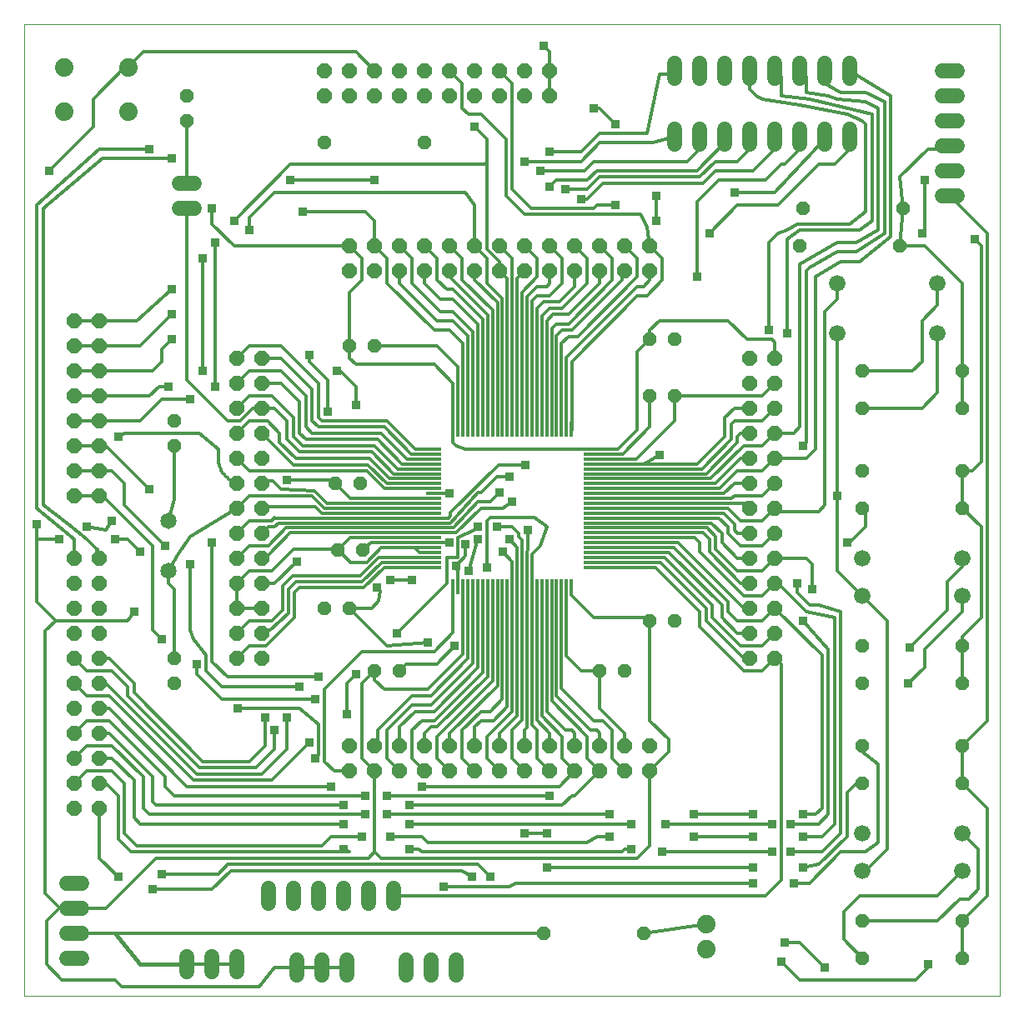
<source format=gtl>
G75*
G70*
%OFA0B0*%
%FSLAX24Y24*%
%IPPOS*%
%LPD*%
%AMOC8*
5,1,8,0,0,1.08239X$1,22.5*
%
%ADD10C,0.0000*%
%ADD11C,0.0600*%
%ADD12OC8,0.0520*%
%ADD13OC8,0.0600*%
%ADD14C,0.0650*%
%ADD15C,0.0740*%
%ADD16R,0.0591X0.0118*%
%ADD17R,0.0118X0.0591*%
%ADD18R,0.0591X0.0138*%
%ADD19C,0.0660*%
%ADD20C,0.0120*%
%ADD21C,0.0160*%
%ADD22R,0.0356X0.0356*%
D10*
X000160Y000930D02*
X000160Y039800D01*
X039152Y039800D01*
X039152Y000930D01*
X000160Y000930D01*
D11*
X001860Y002430D02*
X002460Y002430D01*
X002460Y003430D02*
X001860Y003430D01*
X001860Y004430D02*
X002460Y004430D01*
X002460Y005430D02*
X001860Y005430D01*
X006660Y002480D02*
X006660Y001880D01*
X007660Y001880D02*
X007660Y002480D01*
X008660Y002480D02*
X008660Y001880D01*
X011035Y001755D02*
X011035Y002355D01*
X012035Y002355D02*
X012035Y001755D01*
X013035Y001755D02*
X013035Y002355D01*
X012910Y004630D02*
X012910Y005230D01*
X011910Y005230D02*
X011910Y004630D01*
X010910Y004630D02*
X010910Y005230D01*
X009910Y005230D02*
X009910Y004630D01*
X013910Y004630D02*
X013910Y005230D01*
X014910Y005230D02*
X014910Y004630D01*
X015410Y002355D02*
X015410Y001755D01*
X016410Y001755D02*
X016410Y002355D01*
X017410Y002355D02*
X017410Y001755D01*
X006960Y032430D02*
X006360Y032430D01*
X006360Y033430D02*
X006960Y033430D01*
X026160Y035005D02*
X026160Y035605D01*
X027160Y035605D02*
X027160Y035005D01*
X028160Y035005D02*
X028160Y035605D01*
X029160Y035605D02*
X029160Y035005D01*
X030160Y035005D02*
X030160Y035605D01*
X031160Y035605D02*
X031160Y035005D01*
X032160Y035005D02*
X032160Y035605D01*
X033160Y035605D02*
X033160Y035005D01*
X033160Y037630D02*
X033160Y038230D01*
X032160Y038230D02*
X032160Y037630D01*
X031160Y037630D02*
X031160Y038230D01*
X030160Y038230D02*
X030160Y037630D01*
X029160Y037630D02*
X029160Y038230D01*
X028160Y038230D02*
X028160Y037630D01*
X027160Y037630D02*
X027160Y038230D01*
X026160Y038230D02*
X026160Y037630D01*
X036860Y037930D02*
X037460Y037930D01*
X037460Y036930D02*
X036860Y036930D01*
X036860Y035930D02*
X037460Y035930D01*
X037460Y034930D02*
X036860Y034930D01*
X036860Y033930D02*
X037460Y033930D01*
X037460Y032930D02*
X036860Y032930D01*
D12*
X035285Y032430D03*
X035160Y030930D03*
X031160Y030930D03*
X031285Y032430D03*
X026160Y027180D03*
X025160Y027180D03*
X025160Y024930D03*
X026160Y024930D03*
X033660Y024430D03*
X033660Y025930D03*
X033660Y021930D03*
X033660Y020430D03*
X037660Y020430D03*
X037660Y021930D03*
X037660Y024430D03*
X037660Y025930D03*
X037660Y014930D03*
X037660Y013430D03*
X037660Y010930D03*
X037660Y009430D03*
X033660Y009430D03*
X033660Y010930D03*
X033660Y013430D03*
X033660Y014930D03*
X026160Y015930D03*
X025160Y015930D03*
X024160Y013930D03*
X023160Y013930D03*
X015160Y013930D03*
X014160Y013930D03*
X013160Y016430D03*
X012160Y016430D03*
X012700Y018750D03*
X013700Y018750D03*
X013580Y021430D03*
X012580Y021430D03*
X013160Y026930D03*
X014160Y026930D03*
X012160Y035055D03*
X016160Y035055D03*
X006660Y035930D03*
X006660Y036930D03*
X006160Y023930D03*
X006160Y022930D03*
X006160Y014430D03*
X006160Y013430D03*
X020910Y003430D03*
X024910Y003430D03*
X033660Y003930D03*
X033660Y002430D03*
X037660Y002430D03*
X037660Y003930D03*
D13*
X030160Y014430D03*
X029160Y014430D03*
X029160Y015430D03*
X030160Y015430D03*
X030160Y016430D03*
X029160Y016430D03*
X029160Y017430D03*
X030160Y017430D03*
X030160Y018430D03*
X029160Y018430D03*
X029160Y019430D03*
X030160Y019430D03*
X030160Y020430D03*
X029160Y020430D03*
X029160Y021430D03*
X030160Y021430D03*
X030160Y022430D03*
X029160Y022430D03*
X029160Y023430D03*
X030160Y023430D03*
X030160Y024430D03*
X029160Y024430D03*
X029160Y025430D03*
X030160Y025430D03*
X030160Y026430D03*
X029160Y026430D03*
X025160Y029930D03*
X024160Y029930D03*
X023160Y029930D03*
X022160Y029930D03*
X021160Y029930D03*
X020160Y029930D03*
X019160Y029930D03*
X018160Y029930D03*
X017160Y029930D03*
X016160Y029930D03*
X015160Y029930D03*
X014160Y029930D03*
X013160Y029930D03*
X013160Y030930D03*
X014160Y030930D03*
X015160Y030930D03*
X016160Y030930D03*
X017160Y030930D03*
X018160Y030930D03*
X019160Y030930D03*
X020160Y030930D03*
X021160Y030930D03*
X022160Y030930D03*
X023160Y030930D03*
X024160Y030930D03*
X025160Y030930D03*
X021160Y036930D03*
X020160Y036930D03*
X020160Y037930D03*
X021160Y037930D03*
X019160Y037930D03*
X019160Y036930D03*
X018160Y036930D03*
X018160Y037930D03*
X017160Y037930D03*
X017160Y036930D03*
X016160Y036930D03*
X016160Y037930D03*
X015160Y037930D03*
X015160Y036930D03*
X014160Y036930D03*
X014160Y037930D03*
X013160Y037930D03*
X013160Y036930D03*
X012160Y036930D03*
X012160Y037930D03*
X003160Y027930D03*
X003160Y026930D03*
X003160Y025930D03*
X003160Y024930D03*
X003160Y023930D03*
X003160Y022930D03*
X003160Y021930D03*
X003160Y020930D03*
X002160Y020930D03*
X002160Y021930D03*
X002160Y022930D03*
X002160Y023930D03*
X002160Y024930D03*
X002160Y025930D03*
X002160Y026930D03*
X002160Y027930D03*
X008660Y026430D03*
X009660Y026430D03*
X009660Y025430D03*
X009660Y024430D03*
X008660Y024430D03*
X008660Y025430D03*
X008660Y023430D03*
X008660Y022430D03*
X009660Y022430D03*
X009660Y023430D03*
X009660Y021430D03*
X009660Y020430D03*
X008660Y020430D03*
X008660Y021430D03*
X008660Y019430D03*
X008660Y018430D03*
X009660Y018430D03*
X009660Y019430D03*
X009660Y017430D03*
X009660Y016430D03*
X008660Y016430D03*
X008660Y017430D03*
X008660Y015430D03*
X008660Y014430D03*
X009660Y014430D03*
X009660Y015430D03*
X013160Y010930D03*
X013160Y009930D03*
X014160Y009930D03*
X015160Y009930D03*
X016160Y009930D03*
X017160Y009930D03*
X018160Y009930D03*
X019160Y009930D03*
X020160Y009930D03*
X021160Y009930D03*
X022160Y009930D03*
X023160Y009930D03*
X024160Y009930D03*
X025160Y009930D03*
X025160Y010930D03*
X024160Y010930D03*
X023160Y010930D03*
X022160Y010930D03*
X021160Y010930D03*
X020160Y010930D03*
X019160Y010930D03*
X018160Y010930D03*
X017160Y010930D03*
X016160Y010930D03*
X015160Y010930D03*
X014160Y010930D03*
X003160Y010430D03*
X003160Y011430D03*
X002160Y011430D03*
X002160Y010430D03*
X002160Y009430D03*
X002160Y008430D03*
X003160Y008430D03*
X003160Y009430D03*
X003160Y012430D03*
X003160Y013430D03*
X002160Y013430D03*
X002160Y012430D03*
X002160Y014430D03*
X002160Y015430D03*
X003160Y015430D03*
X003160Y014430D03*
X003160Y016430D03*
X003160Y017430D03*
X002160Y017430D03*
X002160Y016430D03*
X002160Y018430D03*
X003160Y018430D03*
D14*
X005910Y017930D03*
X005910Y019930D03*
D15*
X004315Y036290D03*
X004315Y038070D03*
X001755Y038070D03*
X001755Y036290D03*
X027410Y003805D03*
X027410Y002805D03*
D16*
X022810Y018068D03*
X022810Y018265D03*
X022810Y018462D03*
X022810Y018659D03*
X022810Y018856D03*
X022810Y019052D03*
X022810Y019249D03*
X022810Y019446D03*
X022810Y019643D03*
X022810Y019840D03*
X022810Y020234D03*
X022810Y020430D03*
X022810Y020627D03*
X022810Y020824D03*
X022810Y021021D03*
X022810Y021218D03*
X022810Y021415D03*
X022810Y021611D03*
X022810Y021808D03*
X022810Y022202D03*
X022810Y022399D03*
X022810Y022596D03*
X022810Y022793D03*
X016510Y022793D03*
X016510Y022596D03*
X016510Y022399D03*
X016510Y022202D03*
X016510Y022005D03*
X016510Y021808D03*
X016510Y021611D03*
X016510Y021415D03*
X016510Y021218D03*
X016510Y021021D03*
X016510Y020824D03*
X016510Y020627D03*
X016510Y020430D03*
X016510Y020234D03*
X016510Y020037D03*
X016510Y019840D03*
X016510Y019643D03*
X016510Y019446D03*
X016510Y019249D03*
X016510Y019052D03*
X016510Y018856D03*
X016510Y018659D03*
X016510Y018462D03*
X016510Y018265D03*
X016510Y018068D03*
D17*
X017298Y017281D03*
X017495Y017281D03*
X017691Y017281D03*
X017888Y017281D03*
X018085Y017281D03*
X018282Y017281D03*
X018479Y017281D03*
X018676Y017281D03*
X018873Y017281D03*
X019069Y017281D03*
X019266Y017281D03*
X019463Y017281D03*
X019660Y017281D03*
X019857Y017281D03*
X020054Y017281D03*
X020251Y017281D03*
X020447Y017281D03*
X020644Y017281D03*
X020841Y017281D03*
X021038Y017281D03*
X021235Y017281D03*
X021432Y017281D03*
X021629Y017281D03*
X021825Y017281D03*
X022022Y017281D03*
X022022Y023580D03*
X021825Y023580D03*
X021629Y023580D03*
X021432Y023580D03*
X021235Y023580D03*
X021038Y023580D03*
X020841Y023580D03*
X020644Y023580D03*
X020447Y023580D03*
X020251Y023580D03*
X020054Y023580D03*
X019857Y023580D03*
X019660Y023580D03*
X019463Y023580D03*
X019266Y023580D03*
X019069Y023580D03*
X018873Y023580D03*
X018676Y023580D03*
X018479Y023580D03*
X018282Y023580D03*
X018085Y023580D03*
X017888Y023580D03*
X017691Y023580D03*
X017495Y023580D03*
X017298Y023580D03*
D18*
X022810Y022005D03*
X022810Y020037D03*
D19*
X032660Y027430D03*
X032660Y029430D03*
X036660Y029430D03*
X036660Y027430D03*
X037660Y018430D03*
X037660Y016930D03*
X033660Y016930D03*
X033660Y018430D03*
X033660Y007430D03*
X033660Y005930D03*
X037660Y005930D03*
X037660Y007430D03*
D20*
X038285Y006805D01*
X038285Y005180D01*
X037910Y004805D01*
X037535Y004805D01*
X036660Y003930D01*
X035660Y003930D01*
X033660Y003930D01*
X032910Y004305D02*
X032910Y003180D01*
X033660Y002430D01*
X032160Y002055D02*
X031160Y003055D01*
X030535Y003055D01*
X030410Y002305D02*
X031160Y001555D01*
X035785Y001555D01*
X036285Y002055D01*
X036285Y002180D01*
X037660Y002430D02*
X037660Y003930D01*
X038660Y004930D01*
X038660Y008430D01*
X037660Y009430D01*
X037660Y010930D01*
X038660Y011930D01*
X038660Y031430D01*
X037160Y032930D01*
X036160Y033555D02*
X036160Y031555D01*
X036035Y031430D01*
X036160Y030930D02*
X037660Y029430D01*
X037660Y025930D01*
X037660Y024430D01*
X036660Y025055D02*
X036035Y024430D01*
X033660Y024430D01*
X033660Y025930D02*
X035660Y025930D01*
X036035Y026305D01*
X036035Y027930D01*
X036660Y028555D01*
X036660Y029430D01*
X036160Y030930D02*
X035160Y030930D01*
X035285Y032430D01*
X035160Y033680D01*
X036285Y034805D01*
X037035Y034805D01*
X037160Y034930D01*
X034785Y036930D02*
X033160Y037930D01*
X032785Y037055D02*
X032160Y037430D01*
X032160Y037930D01*
X031410Y037680D02*
X031410Y037055D01*
X032285Y036930D01*
X032660Y036805D01*
X033785Y036680D01*
X034285Y036430D01*
X034285Y031555D01*
X033410Y031055D01*
X032660Y031055D01*
X031160Y030180D01*
X031160Y023680D01*
X030910Y023430D01*
X030160Y023430D01*
X029660Y022930D01*
X028910Y022930D01*
X027591Y021611D01*
X022810Y021611D01*
X022810Y021415D02*
X027769Y021415D01*
X028785Y022430D01*
X029160Y022430D01*
X028660Y021930D02*
X029660Y021930D01*
X030160Y022430D01*
X031410Y022430D01*
X031785Y022805D01*
X031785Y029680D01*
X032785Y030305D01*
X033535Y030305D01*
X034785Y031305D01*
X034785Y036930D01*
X034535Y036680D02*
X033785Y037055D01*
X032785Y037055D01*
X033035Y036180D02*
X031160Y036555D01*
X029660Y036805D01*
X029410Y036930D01*
X029160Y037180D01*
X029160Y037930D01*
X030160Y037930D02*
X030410Y037680D01*
X030410Y036930D01*
X031535Y036805D01*
X034035Y036180D01*
X034035Y031930D01*
X033535Y031555D01*
X031160Y031555D01*
X030660Y031180D01*
X030660Y027430D01*
X030160Y027055D02*
X030160Y026430D01*
X030160Y027055D02*
X030035Y027180D01*
X029035Y027180D01*
X028285Y027930D01*
X025535Y027930D01*
X025160Y027555D01*
X025160Y027180D01*
X024660Y026680D01*
X024660Y023555D01*
X023897Y022793D01*
X022810Y022793D01*
X022797Y022805D01*
X017785Y022805D01*
X017410Y022930D01*
X017298Y023043D01*
X017298Y023580D01*
X017298Y025418D01*
X016535Y026180D01*
X013410Y026180D01*
X013160Y026430D01*
X013160Y026930D01*
X013160Y029055D01*
X013660Y029555D01*
X013660Y030430D01*
X013160Y030930D01*
X008535Y030930D01*
X007660Y031805D01*
X007660Y032430D01*
X008535Y031930D02*
X010785Y034180D01*
X018535Y034180D01*
X018660Y034305D01*
X018660Y035180D01*
X018160Y035680D01*
X017910Y036180D02*
X018410Y036180D01*
X019410Y035180D01*
X019410Y032930D01*
X020160Y032180D01*
X024785Y032180D01*
X025035Y031680D01*
X025160Y030930D01*
X025660Y030430D01*
X025660Y029555D01*
X025035Y028930D01*
X024660Y028930D01*
X022035Y026305D01*
X022035Y023555D01*
X022022Y023568D01*
X022022Y023580D01*
X021825Y023580D02*
X021825Y026471D01*
X024660Y029305D01*
X024910Y029305D01*
X025160Y029555D01*
X025160Y029930D01*
X024660Y029680D02*
X024660Y030430D01*
X024160Y030930D01*
X023660Y030430D02*
X023160Y030930D01*
X022660Y030430D02*
X022160Y030930D01*
X021660Y030430D02*
X021160Y030930D01*
X020660Y030430D02*
X020160Y030930D01*
X019660Y030430D02*
X019160Y030930D01*
X018660Y030805D02*
X018660Y034305D01*
X019660Y033180D02*
X020410Y032430D01*
X022910Y032430D01*
X023035Y032555D01*
X023785Y032555D01*
X023285Y033430D02*
X022660Y032805D01*
X022410Y032805D01*
X022660Y033180D02*
X021785Y033180D01*
X021410Y033555D02*
X021160Y033305D01*
X021410Y033555D02*
X022660Y033555D01*
X023035Y033930D01*
X027035Y033930D01*
X028160Y035055D01*
X028160Y035305D01*
X027160Y035305D02*
X027160Y034805D01*
X026660Y034305D01*
X022910Y034305D01*
X022535Y033930D01*
X020785Y033930D01*
X020160Y034305D02*
X022410Y034305D01*
X023160Y035055D01*
X025285Y035055D01*
X026160Y035305D01*
X025035Y035430D02*
X025535Y037805D01*
X026035Y037805D01*
X026160Y037930D01*
X025035Y035430D02*
X023160Y035430D01*
X022410Y034680D01*
X021160Y034680D01*
X019660Y033180D02*
X019660Y037430D01*
X019160Y037930D01*
X017660Y037430D02*
X017660Y036430D01*
X017910Y036180D01*
X017660Y037430D02*
X017160Y037930D01*
X014160Y037930D02*
X013410Y038680D01*
X004910Y038680D01*
X004315Y038085D01*
X004285Y038055D01*
X004160Y038055D01*
X002910Y036805D01*
X002910Y035680D01*
X001160Y033930D01*
X000660Y032555D02*
X003160Y034805D01*
X005160Y034805D01*
X006035Y034430D02*
X003285Y034430D01*
X000910Y032430D01*
X000910Y020555D01*
X001910Y019805D01*
X002660Y019180D01*
X003035Y018805D01*
X003410Y019555D02*
X003660Y019930D01*
X003410Y019555D02*
X002660Y019680D01*
X002160Y019180D02*
X000660Y020430D01*
X000660Y032555D01*
X002160Y027930D02*
X003160Y027930D01*
X004660Y027930D01*
X006035Y029180D01*
X006035Y028180D02*
X004785Y026930D01*
X003160Y026930D01*
X002160Y026930D01*
X002160Y025930D02*
X003160Y025930D01*
X005285Y025930D01*
X005660Y026305D01*
X005660Y026805D01*
X006035Y027180D01*
X007285Y025930D02*
X007285Y030430D01*
X007785Y031055D02*
X007785Y025305D01*
X006785Y024805D02*
X005660Y024805D01*
X004785Y023930D01*
X003160Y023930D01*
X002160Y023930D01*
X002160Y022930D02*
X003160Y022930D01*
X003410Y022930D01*
X005160Y021180D01*
X006160Y020805D02*
X005910Y019930D01*
X005785Y018930D02*
X004160Y020555D01*
X004160Y021430D01*
X003660Y021930D01*
X003160Y021930D01*
X002160Y021930D01*
X002160Y020930D02*
X003160Y020930D01*
X003285Y020930D01*
X005285Y018930D01*
X005285Y015555D01*
X005660Y015180D01*
X006160Y014430D02*
X006160Y017180D01*
X005910Y017430D01*
X005910Y017930D01*
X006285Y018555D01*
X006785Y019305D01*
X008660Y020430D01*
X009160Y020930D01*
X011660Y020930D01*
X012160Y020430D01*
X016510Y020430D01*
X016510Y020234D02*
X012057Y020234D01*
X011800Y020490D01*
X009720Y020490D01*
X009660Y020430D01*
X010160Y020055D02*
X010035Y019930D01*
X009160Y019930D01*
X008660Y019430D01*
X009160Y018930D02*
X008660Y018430D01*
X009160Y018930D02*
X009910Y018930D01*
X010623Y019643D01*
X016510Y019643D01*
X017313Y019643D01*
X018285Y020680D01*
X018785Y020680D01*
X019160Y021055D01*
X019660Y020680D02*
X019285Y020430D01*
X018410Y020430D01*
X017426Y019446D01*
X016510Y019446D01*
X010801Y019446D01*
X009910Y018555D01*
X009785Y018555D01*
X009660Y018430D01*
X010035Y017930D02*
X009160Y017930D01*
X008660Y017430D01*
X008660Y016430D01*
X009660Y016430D01*
X010060Y015930D02*
X009160Y015930D01*
X008660Y015430D01*
X009140Y014910D02*
X008660Y014430D01*
X009140Y014910D02*
X009820Y014910D01*
X010960Y016050D01*
X010960Y017070D01*
X011140Y017250D01*
X013720Y017250D01*
X014538Y018068D01*
X016510Y018068D01*
X016510Y018265D02*
X014435Y018265D01*
X013660Y017490D01*
X011020Y017490D01*
X010720Y017190D01*
X010720Y016230D01*
X010000Y015570D01*
X009800Y015570D01*
X009660Y015430D01*
X010060Y015930D02*
X010480Y016350D01*
X010480Y017310D01*
X010900Y017730D01*
X013600Y017730D01*
X014331Y018462D01*
X016510Y018462D01*
X016510Y018659D02*
X015957Y018659D01*
X015760Y018856D01*
X014425Y018856D01*
X013840Y018270D01*
X013180Y018270D01*
X013180Y018285D01*
X012660Y018805D01*
X010910Y018805D01*
X010035Y017930D01*
X010160Y017430D02*
X009660Y017430D01*
X010160Y017430D02*
X011035Y018305D01*
X010160Y019680D02*
X009910Y019680D01*
X009660Y019430D01*
X010160Y019680D02*
X010319Y019840D01*
X016510Y019840D01*
X017194Y019840D01*
X018285Y021055D01*
X018410Y021055D01*
X019035Y021680D01*
X019535Y021680D01*
X019120Y022170D02*
X020200Y022170D01*
X019120Y022170D02*
X017200Y020250D01*
X017200Y020130D01*
X017106Y020037D01*
X016510Y020037D01*
X010179Y020037D01*
X010160Y020055D01*
X010410Y021180D02*
X010080Y021510D01*
X009740Y021510D01*
X009660Y021430D01*
X009160Y021930D02*
X008660Y022430D01*
X007910Y022430D02*
X007912Y022366D01*
X007918Y022303D01*
X007928Y022239D01*
X007941Y022177D01*
X007959Y022116D01*
X007980Y022055D01*
X008004Y021997D01*
X008033Y021939D01*
X008065Y021884D01*
X008100Y021831D01*
X008138Y021780D01*
X008179Y021731D01*
X008224Y021685D01*
X008271Y021642D01*
X008320Y021601D01*
X008372Y021564D01*
X008426Y021530D01*
X008482Y021500D01*
X008540Y021473D01*
X008600Y021449D01*
X008660Y021430D01*
X009160Y021930D02*
X013840Y021930D01*
X014553Y021218D01*
X016510Y021218D01*
X016510Y021415D02*
X014656Y021415D01*
X013900Y022170D01*
X010920Y022170D01*
X009660Y023430D01*
X009880Y023910D02*
X009140Y023910D01*
X008660Y023430D01*
X008785Y023930D02*
X008285Y023930D01*
X006660Y025555D01*
X006660Y032430D01*
X006660Y033430D02*
X006660Y035930D01*
X004315Y038070D02*
X004315Y038085D01*
X010160Y033055D02*
X009160Y032055D01*
X009160Y031555D01*
X010160Y033055D02*
X017785Y033055D01*
X018160Y032555D01*
X018160Y030930D01*
X018660Y030430D01*
X018660Y029430D01*
X019266Y028824D01*
X019266Y023580D01*
X019069Y023580D02*
X019069Y028646D01*
X018160Y029555D01*
X018160Y029930D01*
X017660Y029555D02*
X017660Y030430D01*
X017160Y030930D01*
X016660Y030430D02*
X016160Y030930D01*
X016660Y030430D02*
X016660Y029555D01*
X017035Y029180D01*
X017285Y029180D01*
X018479Y027986D01*
X018479Y023580D01*
X018676Y023580D02*
X018676Y028165D01*
X017160Y029680D01*
X017160Y029930D01*
X017660Y029555D02*
X018873Y028343D01*
X018873Y023580D01*
X018282Y023580D02*
X018282Y027808D01*
X017285Y028805D01*
X016785Y028805D01*
X016160Y029430D01*
X016160Y029930D01*
X015660Y029430D02*
X015660Y030430D01*
X015160Y030930D01*
X014660Y030430D02*
X014160Y030930D01*
X014160Y031930D01*
X013785Y032305D01*
X011285Y032305D01*
X010785Y033555D02*
X014160Y033555D01*
X014660Y030430D02*
X014660Y029430D01*
X016535Y027555D01*
X017160Y027555D01*
X017691Y027024D01*
X017691Y023580D01*
X017495Y023580D02*
X017495Y026096D01*
X016660Y026930D01*
X014160Y026930D01*
X012785Y025930D02*
X013410Y025305D01*
X013410Y024555D01*
X014535Y023680D02*
X011910Y023680D01*
X011660Y023930D01*
X011660Y025180D01*
X010410Y026430D01*
X009660Y026430D01*
X009160Y026930D02*
X008660Y026430D01*
X009160Y026930D02*
X010410Y026930D01*
X011910Y025430D01*
X011910Y024055D01*
X012035Y023930D01*
X014660Y023930D01*
X015798Y022793D01*
X016510Y022793D01*
X016510Y022596D02*
X015620Y022596D01*
X014535Y023680D01*
X014410Y023430D02*
X011660Y023430D01*
X011410Y023680D01*
X011410Y024930D01*
X010410Y025930D01*
X009160Y025930D01*
X008660Y025430D01*
X009160Y024930D02*
X008660Y024430D01*
X008785Y023930D02*
X009285Y024430D01*
X009660Y024430D01*
X010160Y024430D01*
X010660Y023930D01*
X010660Y023180D01*
X011160Y022680D01*
X014035Y022680D01*
X014907Y021808D01*
X016510Y021808D01*
X016510Y021611D02*
X014759Y021611D01*
X013960Y022410D01*
X011020Y022410D01*
X010360Y023070D01*
X010360Y023430D01*
X009880Y023910D01*
X010035Y024930D02*
X010910Y024055D01*
X010910Y023305D01*
X011285Y022930D01*
X014160Y022930D01*
X015085Y022005D01*
X016510Y022005D01*
X016510Y022202D02*
X015263Y022202D01*
X014285Y023180D01*
X011410Y023180D01*
X011160Y023430D01*
X011160Y024680D01*
X010410Y025430D01*
X009660Y025430D01*
X010035Y024930D02*
X009160Y024930D01*
X007910Y022805D02*
X007910Y022430D01*
X007910Y022805D02*
X007160Y023430D01*
X004160Y023430D01*
X003910Y023305D01*
X003160Y024930D02*
X002160Y024930D01*
X003160Y024930D02*
X005160Y024930D01*
X005535Y025305D01*
X005910Y025305D01*
X006160Y022930D02*
X006160Y020805D01*
X007660Y019055D02*
X007660Y014305D01*
X008285Y013680D01*
X011910Y013680D01*
X012160Y013180D02*
X012160Y010305D01*
X012535Y009930D01*
X013160Y009930D01*
X013660Y010430D02*
X013660Y013430D01*
X014160Y013930D01*
X014160Y013555D01*
X014535Y013180D01*
X016285Y013180D01*
X017691Y014587D01*
X017691Y017281D01*
X017495Y017281D02*
X017495Y017890D01*
X017410Y018120D01*
X017800Y018510D01*
X017800Y018990D01*
X017485Y019255D02*
X017475Y018465D01*
X017035Y018465D01*
X017035Y017430D01*
X015035Y015430D01*
X014660Y014930D02*
X016285Y015055D01*
X016535Y014680D02*
X013660Y014680D01*
X012160Y013180D01*
X011785Y012805D02*
X008035Y012805D01*
X007035Y013805D01*
X007035Y014180D01*
X007410Y013930D02*
X008035Y013305D01*
X011160Y013305D01*
X011160Y012430D02*
X011910Y011805D01*
X011910Y010555D01*
X011785Y010430D01*
X011535Y011055D02*
X010035Y009555D01*
X006910Y009555D01*
X003535Y012930D01*
X002660Y012930D01*
X002160Y013430D01*
X002660Y013930D02*
X003660Y013930D01*
X004285Y013305D01*
X004285Y012930D01*
X007160Y010055D01*
X009410Y010055D01*
X010160Y010805D01*
X010160Y011555D01*
X009785Y012055D02*
X009785Y010930D01*
X009160Y010305D01*
X007285Y010305D01*
X004535Y013055D01*
X004535Y013430D01*
X003535Y014430D01*
X003160Y014430D01*
X002660Y013930D02*
X002160Y014430D01*
X003160Y013430D02*
X003410Y013430D01*
X007035Y009805D01*
X009660Y009805D01*
X010660Y010805D01*
X010660Y012055D01*
X011160Y012430D02*
X008680Y012430D01*
X007410Y013930D02*
X007410Y014555D01*
X006910Y015180D01*
X006785Y015555D01*
X006785Y018180D01*
X004785Y018680D02*
X004285Y019180D01*
X003785Y019180D01*
X002160Y019180D02*
X002160Y018430D01*
X001535Y019180D02*
X000660Y019180D01*
X000660Y019805D01*
X000660Y019180D02*
X000660Y016680D01*
X001410Y015930D01*
X004285Y015930D01*
X004535Y016305D01*
X001410Y015930D02*
X001000Y015520D01*
X001000Y005010D01*
X001580Y004430D01*
X002160Y004430D01*
X003410Y004430D01*
X005410Y006430D01*
X013910Y006430D01*
X014160Y006680D01*
X014410Y006430D01*
X024660Y006430D01*
X025160Y006930D01*
X025160Y009930D01*
X025910Y010680D01*
X025910Y011180D01*
X025160Y011930D01*
X025160Y015930D01*
X025035Y016055D01*
X022910Y016055D01*
X022022Y016943D01*
X022022Y017281D01*
X021825Y017281D02*
X021825Y014515D01*
X022410Y013930D01*
X023160Y013930D01*
X023160Y012430D01*
X024160Y011430D01*
X024160Y010930D01*
X023660Y010430D02*
X024160Y009930D01*
X023660Y010430D02*
X023660Y011555D01*
X023285Y011930D01*
X022910Y011930D01*
X021629Y013212D01*
X021629Y017281D01*
X021432Y017281D02*
X021432Y012909D01*
X022785Y011555D01*
X023035Y011555D01*
X023160Y011430D01*
X023160Y010930D01*
X022660Y011305D02*
X022660Y010430D01*
X023160Y009930D01*
X022160Y008930D01*
X022035Y008930D01*
X021660Y008555D01*
X015535Y008555D01*
X015535Y007805D02*
X024410Y007805D01*
X024410Y006805D02*
X024160Y006805D01*
X024035Y006680D01*
X016035Y006680D01*
X015910Y006805D01*
X015535Y006805D01*
X016035Y007305D02*
X016285Y007055D01*
X022660Y007055D01*
X023035Y007305D01*
X023535Y007305D01*
X023535Y008180D02*
X014660Y008180D01*
X014660Y008930D02*
X021160Y008930D01*
X021535Y009305D02*
X022160Y009930D01*
X021660Y010430D01*
X021660Y011305D01*
X020841Y012124D01*
X020841Y017281D01*
X020644Y017281D02*
X020644Y011946D01*
X021160Y011430D01*
X021160Y010930D01*
X020660Y010430D02*
X021160Y009930D01*
X021535Y009305D02*
X016035Y009305D01*
X016160Y009930D02*
X015660Y010430D01*
X015660Y011555D01*
X016035Y011930D01*
X016535Y011930D01*
X018479Y013874D01*
X018479Y017281D01*
X018676Y017281D02*
X018676Y013696D01*
X016660Y011680D01*
X016410Y011680D01*
X016160Y011430D01*
X016160Y010930D01*
X016660Y011305D02*
X016660Y010430D01*
X017160Y009930D01*
X017660Y010430D02*
X018160Y009930D01*
X017660Y010430D02*
X017660Y011555D01*
X018410Y012305D01*
X018785Y012305D01*
X019266Y012787D01*
X019266Y017281D01*
X019069Y017281D02*
X019069Y013340D01*
X017160Y011430D01*
X017160Y010930D01*
X016660Y011305D02*
X018873Y013518D01*
X018873Y017281D01*
X018282Y017281D02*
X018282Y014052D01*
X016535Y012305D01*
X015785Y012305D01*
X015160Y011680D01*
X015160Y010930D01*
X014660Y010430D02*
X015160Y009930D01*
X014660Y010430D02*
X014660Y011555D01*
X015660Y012555D01*
X016410Y012555D01*
X018085Y014231D01*
X018085Y017281D01*
X017888Y017281D02*
X017888Y014409D01*
X016410Y012930D01*
X015660Y012930D01*
X014285Y011555D01*
X014285Y011055D01*
X014160Y010930D01*
X013660Y010430D02*
X014160Y009930D01*
X014160Y006680D01*
X013660Y007305D02*
X012410Y007305D01*
X012035Y006930D01*
X004660Y006930D01*
X004160Y007430D01*
X004160Y009430D01*
X003660Y009930D01*
X002660Y009930D01*
X002160Y009430D01*
X003160Y009430D02*
X003410Y009430D01*
X003910Y008930D01*
X003910Y007180D01*
X004410Y006680D01*
X013160Y006680D01*
X012910Y006805D01*
X012910Y007805D02*
X004785Y007805D01*
X004535Y008055D01*
X004535Y009555D01*
X003660Y010430D01*
X003160Y010430D01*
X003660Y010930D02*
X004910Y009680D01*
X004910Y008430D01*
X005160Y008180D01*
X013785Y008180D01*
X013785Y008930D02*
X006160Y008930D01*
X005785Y009305D01*
X005785Y009680D01*
X003535Y011930D01*
X002660Y011930D01*
X002160Y011430D01*
X002660Y010930D02*
X003660Y010930D01*
X003535Y011430D02*
X005285Y009680D01*
X005285Y008680D01*
X005410Y008555D01*
X012910Y008555D01*
X012410Y009305D02*
X006660Y009305D01*
X003535Y012430D01*
X003160Y012430D01*
X003160Y011430D02*
X003535Y011430D01*
X002660Y010930D02*
X002160Y010430D01*
X003160Y008430D02*
X003160Y006430D01*
X003910Y005680D01*
X005285Y005180D02*
X007660Y005180D01*
X008410Y005930D01*
X017660Y005930D01*
X018035Y005680D01*
X018285Y006180D02*
X018785Y005680D01*
X018285Y006180D02*
X008285Y006180D01*
X007910Y005805D01*
X005660Y005805D01*
X003785Y003430D02*
X020910Y003430D01*
X019785Y005430D02*
X019535Y005305D01*
X016910Y005305D01*
X016035Y007305D02*
X014785Y007305D01*
X014910Y004930D02*
X029785Y004930D01*
X030410Y005555D01*
X030410Y014180D01*
X030160Y014430D01*
X029660Y013930D01*
X028910Y013930D01*
X027160Y015680D01*
X027160Y016305D01*
X025397Y018068D01*
X022810Y018068D01*
X022810Y018265D02*
X025575Y018265D01*
X027410Y016430D01*
X027410Y015930D01*
X028910Y014430D01*
X029160Y014430D01*
X028785Y014930D02*
X029660Y014930D01*
X030160Y015430D01*
X029660Y015930D02*
X030160Y016430D01*
X032035Y014555D01*
X032035Y008430D01*
X031785Y008180D01*
X031285Y008180D01*
X030785Y007805D02*
X031910Y007805D01*
X032285Y008180D01*
X032285Y014805D01*
X031285Y015930D01*
X031410Y016305D02*
X030285Y017430D01*
X030160Y017430D01*
X029660Y016930D01*
X028910Y016930D01*
X027160Y018680D01*
X027160Y019055D01*
X026966Y019249D01*
X022810Y019249D01*
X022810Y019052D02*
X026288Y019052D01*
X028910Y016430D01*
X029160Y016430D01*
X028660Y015930D02*
X029660Y015930D01*
X029160Y015430D02*
X028660Y015430D01*
X028035Y016055D01*
X028035Y016555D01*
X025932Y018659D01*
X022810Y018659D01*
X022810Y018856D02*
X026110Y018856D01*
X028285Y016680D01*
X028285Y016305D01*
X028660Y015930D01*
X027660Y016055D02*
X028785Y014930D01*
X027660Y016055D02*
X027660Y016555D01*
X025754Y018462D01*
X022810Y018462D01*
X022810Y019446D02*
X027269Y019446D01*
X027535Y019180D01*
X027535Y018680D01*
X028785Y017430D01*
X029160Y017430D01*
X029660Y017930D02*
X030160Y018430D01*
X031410Y018430D01*
X031660Y018180D01*
X031660Y017180D01*
X031535Y016555D02*
X031035Y017055D01*
X031035Y017430D01*
X031535Y016555D02*
X031910Y016555D01*
X032785Y016305D01*
X032785Y007430D01*
X032035Y006680D01*
X030785Y006680D01*
X031285Y006055D02*
X031910Y006180D01*
X033035Y007305D01*
X033035Y009055D01*
X033410Y009430D01*
X033660Y009430D01*
X034285Y010180D02*
X034285Y007055D01*
X033785Y006680D01*
X032785Y006680D01*
X031535Y005430D01*
X030910Y005430D01*
X030035Y006680D02*
X025660Y006680D01*
X025785Y007805D02*
X030035Y007805D01*
X029285Y008180D02*
X026910Y008180D01*
X026910Y007305D02*
X029285Y007305D01*
X029285Y006055D02*
X021035Y006055D01*
X021035Y007430D02*
X020160Y007430D01*
X019785Y005430D02*
X029285Y005430D01*
X027410Y003805D02*
X024910Y003430D01*
X031285Y007305D02*
X032035Y007305D01*
X032535Y007805D01*
X032535Y016055D01*
X031410Y016305D01*
X032660Y017930D02*
X033660Y016930D01*
X034660Y015930D01*
X034660Y006805D01*
X033785Y005930D01*
X033660Y005930D01*
X033535Y004930D02*
X032910Y004305D01*
X033535Y004930D02*
X036660Y004930D01*
X037660Y005930D01*
X034285Y010180D02*
X033660Y010680D01*
X033660Y010930D01*
X033680Y013410D02*
X033660Y013430D01*
X033740Y014850D02*
X033660Y014930D01*
X035560Y014850D02*
X037060Y016350D01*
X037060Y017490D01*
X037660Y018090D01*
X037660Y018430D01*
X038410Y019680D02*
X037660Y020430D01*
X037660Y021930D01*
X038035Y021930D01*
X038410Y022305D01*
X038410Y030930D01*
X038160Y031180D01*
X034535Y031430D02*
X034535Y036680D01*
X033785Y035805D02*
X033660Y035930D01*
X033035Y036180D01*
X033785Y035805D02*
X033785Y032305D01*
X033160Y031805D01*
X031035Y031805D01*
X030660Y031555D01*
X030285Y031430D01*
X029910Y031055D01*
X029910Y027555D01*
X030160Y025430D02*
X029660Y024930D01*
X026160Y024930D01*
X026160Y023930D01*
X024629Y022399D01*
X022810Y022399D01*
X022810Y022596D02*
X024075Y022596D01*
X025160Y023680D01*
X025160Y024930D01*
X025535Y022555D02*
X024932Y022202D01*
X027057Y022202D01*
X028160Y023305D01*
X028160Y024055D01*
X028535Y024430D01*
X029160Y024430D01*
X029660Y023930D02*
X028535Y023930D01*
X028410Y023805D01*
X028410Y023180D01*
X027235Y022005D01*
X022810Y022005D01*
X022810Y021808D02*
X027413Y021808D01*
X028660Y023055D01*
X028660Y023305D01*
X028785Y023430D01*
X029160Y023430D01*
X029660Y023930D02*
X030160Y024430D01*
X031410Y023055D02*
X031410Y029930D01*
X031535Y030055D01*
X032660Y030680D01*
X033410Y030680D01*
X034535Y031430D01*
X032660Y029430D02*
X032660Y028805D01*
X032160Y028305D01*
X032160Y020555D01*
X031910Y020305D01*
X030285Y020305D01*
X030160Y020430D01*
X029660Y019930D01*
X028785Y019930D01*
X028285Y020430D01*
X022810Y020430D01*
X022810Y020234D02*
X028107Y020234D01*
X028535Y019805D01*
X028535Y019555D01*
X028660Y019430D01*
X029160Y019430D01*
X028785Y018930D02*
X029660Y018930D01*
X030160Y019430D01*
X029160Y018430D02*
X028660Y018430D01*
X028035Y019055D01*
X028035Y019430D01*
X027626Y019840D01*
X022810Y019840D01*
X022810Y020037D02*
X027929Y020037D01*
X028285Y019680D01*
X028285Y019430D01*
X028785Y018930D01*
X028660Y017930D02*
X029660Y017930D01*
X028660Y017930D02*
X027785Y018805D01*
X027785Y019305D01*
X027447Y019643D01*
X022810Y019643D01*
X022810Y020627D02*
X028963Y020627D01*
X029160Y020430D01*
X029660Y020930D02*
X030160Y021430D01*
X029660Y020930D02*
X028535Y020930D01*
X028429Y020824D01*
X022810Y020824D01*
X022810Y021021D02*
X028126Y021021D01*
X028535Y021430D01*
X029160Y021430D01*
X028660Y021930D02*
X027947Y021218D01*
X022810Y021218D01*
X022810Y022202D02*
X024932Y022202D01*
X021629Y023580D02*
X021629Y027024D01*
X021910Y027305D01*
X022285Y027305D01*
X024660Y029680D01*
X024160Y029930D02*
X024035Y029805D01*
X024035Y029555D01*
X022035Y027555D01*
X021660Y027555D01*
X021432Y027327D01*
X021432Y023580D01*
X021235Y023580D02*
X021235Y027630D01*
X021410Y027805D01*
X021910Y027805D01*
X023660Y029555D01*
X023660Y030430D01*
X023160Y029930D02*
X023160Y029430D01*
X021910Y028180D01*
X021285Y028180D01*
X021038Y027933D01*
X021038Y023580D01*
X020841Y023580D02*
X020841Y028111D01*
X021160Y028430D01*
X021660Y028430D01*
X022660Y029430D01*
X022660Y030430D01*
X022160Y029930D02*
X022160Y029305D01*
X021535Y028680D01*
X020910Y028680D01*
X020644Y028415D01*
X020644Y023580D01*
X020447Y023580D02*
X020447Y028718D01*
X020660Y028930D01*
X021160Y028930D01*
X021660Y029430D01*
X021660Y030430D01*
X021160Y029930D02*
X021160Y029430D01*
X021035Y029305D01*
X020660Y029305D01*
X020251Y028896D01*
X020251Y023580D01*
X020054Y023580D02*
X020054Y029074D01*
X020660Y029680D01*
X020660Y030430D01*
X020160Y029930D02*
X019857Y029627D01*
X019857Y023580D01*
X019660Y023580D02*
X019660Y030430D01*
X019160Y030305D02*
X019160Y029930D01*
X019463Y029627D01*
X019463Y023580D01*
X018085Y023580D02*
X018085Y027505D01*
X017285Y028305D01*
X016785Y028305D01*
X015660Y029430D01*
X015160Y029430D02*
X015160Y029930D01*
X015160Y029430D02*
X016660Y027930D01*
X017285Y027930D01*
X017888Y027327D01*
X017888Y023580D01*
X016510Y022399D02*
X015441Y022399D01*
X014410Y023430D01*
X012285Y024305D02*
X012285Y025555D01*
X011535Y026305D01*
X011535Y026555D01*
X012660Y025930D02*
X012785Y025930D01*
X012455Y021555D02*
X010660Y021555D01*
X010410Y021180D02*
X011755Y021135D01*
X012263Y020627D01*
X016510Y020627D01*
X016510Y020824D02*
X013186Y020824D01*
X012580Y021430D01*
X012455Y021555D01*
X013199Y019249D02*
X012700Y018750D01*
X013180Y018270D01*
X013700Y018750D02*
X014002Y019052D01*
X016510Y019052D01*
X017078Y019052D01*
X017140Y019050D01*
X017485Y019255D02*
X018160Y019555D01*
X018285Y019680D01*
X018660Y019930D02*
X018785Y020055D01*
X020535Y020055D01*
X021035Y019680D01*
X020785Y018930D01*
X020447Y018593D01*
X020447Y017281D01*
X020447Y011768D01*
X020660Y011555D01*
X020660Y010430D01*
X020160Y010930D02*
X020160Y011555D01*
X020251Y011646D01*
X020251Y017281D01*
X020251Y018646D01*
X020285Y018805D01*
X020285Y019555D01*
X019910Y019430D02*
X019660Y019680D01*
X019035Y019680D01*
X018660Y019930D02*
X018660Y018055D01*
X017910Y017930D02*
X018275Y019180D01*
X019285Y018680D02*
X019660Y018305D01*
X019660Y017281D01*
X019660Y017055D01*
X019660Y012305D01*
X018660Y011305D01*
X018660Y010430D01*
X019160Y009930D01*
X019660Y010430D02*
X020160Y009930D01*
X019660Y010430D02*
X019660Y011555D01*
X020054Y011949D01*
X020054Y017281D01*
X020054Y019162D01*
X019910Y019305D01*
X019910Y019430D01*
X019535Y019180D02*
X019857Y018859D01*
X019857Y017281D01*
X019857Y012127D01*
X019160Y011430D01*
X019160Y010930D01*
X018160Y010930D02*
X018160Y011680D01*
X018410Y011930D01*
X018910Y011930D01*
X019463Y012484D01*
X019463Y017281D01*
X021038Y017281D02*
X021038Y012302D01*
X021785Y011555D01*
X022035Y011555D01*
X022160Y011430D01*
X022160Y010930D01*
X022660Y011305D02*
X021235Y012731D01*
X021235Y017281D01*
X017350Y014930D02*
X016660Y014180D01*
X015410Y014180D01*
X015160Y013930D01*
X014660Y014930D02*
X013160Y016430D01*
X014040Y016430D01*
X014320Y016710D01*
X014380Y017130D01*
X014260Y017250D01*
X014785Y017555D02*
X015660Y017555D01*
X015760Y018856D02*
X016510Y018856D01*
X016510Y019249D02*
X013199Y019249D01*
X016510Y021021D02*
X017149Y021021D01*
X017298Y017281D02*
X017298Y015443D01*
X016535Y014680D01*
X013410Y013805D02*
X013035Y013430D01*
X013035Y012180D01*
X003785Y003430D02*
X002160Y003430D01*
X002160Y004430D02*
X001535Y004430D01*
X001035Y003930D01*
X001035Y002180D01*
X001660Y001555D01*
X003785Y001555D01*
X004035Y001305D01*
X009535Y001305D01*
X010160Y002055D01*
X011035Y002055D01*
X012035Y002055D01*
X013035Y002055D01*
X008660Y002180D02*
X007660Y002180D01*
X006660Y002180D01*
X031285Y022930D02*
X031410Y023055D01*
X032660Y020930D02*
X032660Y017930D01*
X033035Y019055D02*
X033160Y019055D01*
X033785Y019680D01*
X033785Y020305D01*
X033660Y020430D01*
X032660Y020930D02*
X032660Y027430D01*
X036660Y027430D02*
X036660Y025055D01*
X038410Y019680D02*
X038410Y016055D01*
X037660Y015305D01*
X037660Y014930D01*
X037660Y013430D01*
X036160Y014070D02*
X036160Y014790D01*
X037420Y016050D01*
X037660Y016300D01*
X037660Y016930D01*
X036160Y014070D02*
X035500Y013410D01*
X027035Y029680D02*
X027035Y032680D01*
X027910Y033555D01*
X029785Y033555D01*
X030410Y034180D01*
X030535Y034180D01*
X031160Y034805D01*
X031160Y035305D01*
X032160Y035305D02*
X032160Y035180D01*
X030160Y033055D01*
X028535Y033055D01*
X028660Y032555D02*
X027535Y031430D01*
X028660Y032555D02*
X030285Y032555D01*
X031910Y034180D01*
X032535Y034180D01*
X033160Y034805D01*
X033160Y035305D01*
X031410Y037680D02*
X031160Y037930D01*
X030160Y035305D02*
X030160Y034805D01*
X029285Y033930D01*
X027785Y033930D01*
X027285Y033430D01*
X023285Y033430D01*
X023160Y033680D02*
X022660Y033180D01*
X023160Y033680D02*
X027160Y033680D01*
X027785Y034305D01*
X028660Y034305D01*
X029160Y034805D01*
X029160Y035305D01*
X025410Y032930D02*
X025410Y031930D01*
X023785Y035805D02*
X023160Y036430D01*
X022910Y036430D01*
X021160Y036930D02*
X021160Y038680D01*
X020910Y038930D01*
X021160Y037930D02*
X021160Y036930D01*
X018660Y030805D02*
X019160Y030305D01*
D21*
X003035Y018805D02*
X003160Y018430D01*
X003785Y003430D02*
X004785Y002180D01*
X006660Y002180D01*
D22*
X005285Y005180D03*
X005660Y005805D03*
X003910Y005680D03*
X010160Y011555D03*
X009785Y012055D03*
X008680Y012430D03*
X010660Y012055D03*
X011785Y012805D03*
X011160Y013305D03*
X011910Y013680D03*
X013410Y013805D03*
X013035Y012180D03*
X011535Y011055D03*
X011785Y010430D03*
X012410Y009305D03*
X012910Y008555D03*
X012910Y007805D03*
X013660Y007305D03*
X013785Y008180D03*
X013785Y008930D03*
X014660Y008930D03*
X014660Y008180D03*
X014785Y007305D03*
X015535Y006805D03*
X015535Y007805D03*
X015535Y008555D03*
X016035Y009305D03*
X012910Y006805D03*
X016910Y005305D03*
X018035Y005680D03*
X018785Y005680D03*
X020160Y007430D03*
X021035Y007430D03*
X021035Y006055D03*
X023535Y007305D03*
X023535Y008180D03*
X024410Y007805D03*
X024410Y006805D03*
X025660Y006680D03*
X025785Y007805D03*
X026910Y008180D03*
X026910Y007305D03*
X029285Y007305D03*
X029285Y008180D03*
X030035Y007805D03*
X030785Y007805D03*
X031285Y008180D03*
X031285Y007305D03*
X030785Y006680D03*
X031285Y006055D03*
X030910Y005430D03*
X030035Y006680D03*
X029285Y006055D03*
X029285Y005430D03*
X030535Y003055D03*
X030410Y002305D03*
X032160Y002055D03*
X036285Y002180D03*
X035500Y013410D03*
X035560Y014850D03*
X031660Y017180D03*
X031035Y017430D03*
X031285Y015930D03*
X033035Y019055D03*
X032660Y020930D03*
X031285Y022930D03*
X030660Y027430D03*
X029910Y027555D03*
X027035Y029680D03*
X027535Y031430D03*
X028535Y033055D03*
X025410Y032930D03*
X025410Y031930D03*
X023785Y032555D03*
X022410Y032805D03*
X021785Y033180D03*
X021160Y033305D03*
X020785Y033930D03*
X020160Y034305D03*
X021160Y034680D03*
X022910Y036430D03*
X023785Y035805D03*
X020910Y038930D03*
X018160Y035680D03*
X014160Y033555D03*
X011285Y032305D03*
X010785Y033555D03*
X009160Y031555D03*
X008535Y031930D03*
X007660Y032430D03*
X007785Y031055D03*
X007285Y030430D03*
X006035Y029180D03*
X006035Y028180D03*
X006035Y027180D03*
X007285Y025930D03*
X007785Y025305D03*
X006785Y024805D03*
X005910Y025305D03*
X003910Y023305D03*
X005160Y021180D03*
X003660Y019930D03*
X003785Y019180D03*
X004785Y018680D03*
X005785Y018930D03*
X006785Y018180D03*
X007660Y019055D03*
X010660Y021555D03*
X012285Y024305D03*
X013410Y024555D03*
X012660Y025930D03*
X011535Y026555D03*
X017149Y021021D03*
X018285Y019680D03*
X018275Y019180D03*
X017800Y018990D03*
X017140Y019050D03*
X017410Y018120D03*
X017910Y017930D03*
X018660Y018055D03*
X019285Y018680D03*
X019535Y019180D03*
X019035Y019680D03*
X019660Y020680D03*
X019160Y021055D03*
X019535Y021680D03*
X020200Y022170D03*
X020285Y019555D03*
X017350Y014930D03*
X016285Y015055D03*
X015035Y015430D03*
X014260Y017250D03*
X014785Y017555D03*
X015660Y017555D03*
X011035Y018305D03*
X007035Y014180D03*
X005660Y015180D03*
X004535Y016305D03*
X001535Y019180D03*
X000660Y019805D03*
X002660Y019680D03*
X001160Y033930D03*
X005160Y034805D03*
X006035Y034430D03*
X025535Y022555D03*
X036035Y031430D03*
X036160Y033555D03*
X038160Y031180D03*
X021160Y008930D03*
M02*

</source>
